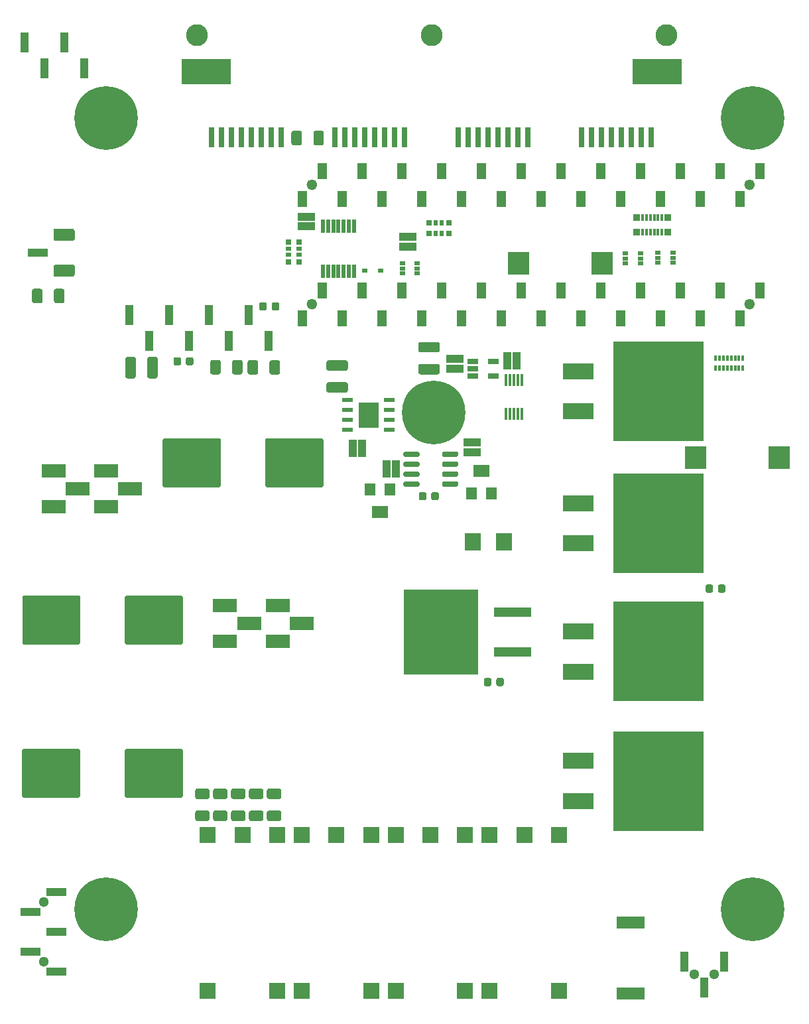
<source format=gts>
G04 #@! TF.GenerationSoftware,KiCad,Pcbnew,(5.1.6)-1*
G04 #@! TF.CreationDate,2021-06-09T19:53:26-07:00*
G04 #@! TF.ProjectId,Four Channel MHz LED Driver - high current,466f7572-2043-4686-916e-6e656c204d48,rev?*
G04 #@! TF.SameCoordinates,Original*
G04 #@! TF.FileFunction,Soldermask,Top*
G04 #@! TF.FilePolarity,Negative*
%FSLAX46Y46*%
G04 Gerber Fmt 4.6, Leading zero omitted, Abs format (unit mm)*
G04 Created by KiCad (PCBNEW (5.1.6)-1) date 2021-06-09 19:53:26*
%MOMM*%
%LPD*%
G01*
G04 APERTURE LIST*
%ADD10C,0.100000*%
%ADD11C,0.010000*%
%ADD12R,0.390000X0.887400*%
%ADD13R,0.900000X0.887400*%
%ADD14R,3.900000X2.100000*%
%ADD15R,11.500000X12.800000*%
%ADD16C,8.100000*%
%ADD17R,3.100000X1.750000*%
%ADD18C,1.290000*%
%ADD19R,0.800000X0.740000*%
%ADD20R,0.800000X0.600000*%
%ADD21C,2.790000*%
%ADD22R,6.320000X3.280000*%
%ADD23R,0.660000X2.640000*%
%ADD24R,0.740000X0.800000*%
%ADD25R,0.600000X0.800000*%
%ADD26R,1.100000X2.610000*%
%ADD27R,0.380000X1.570000*%
%ADD28R,1.000000X2.270000*%
%ADD29R,2.610000X1.100000*%
%ADD30R,0.510000X1.670000*%
%ADD31R,2.270000X1.000000*%
%ADD32R,2.055800X2.259000*%
%ADD33R,0.700000X0.550000*%
%ADD34R,2.700000X2.900000*%
%ADD35R,0.354000X0.785800*%
%ADD36R,1.370000X1.649400*%
%ADD37R,2.106600X1.649400*%
%ADD38C,1.300000*%
%ADD39R,2.100000X2.100000*%
%ADD40R,1.471600X0.582600*%
%ADD41R,2.513000X3.300400*%
%ADD42R,1.320000X0.750000*%
%ADD43R,9.500000X10.900000*%
%ADD44R,4.700000X1.200000*%
%ADD45R,0.750000X0.500000*%
%ADD46R,3.600000X1.600000*%
G04 APERTURE END LIST*
D10*
X92446000Y-69798000D02*
G75*
G03*
X92446000Y-69798000I-646000J0D01*
G01*
D11*
G36*
X120449000Y-70573000D02*
G01*
X121571000Y-70573000D01*
X121571000Y-72580000D01*
X120449000Y-72580000D01*
X120449000Y-70573000D01*
G37*
X120449000Y-70573000D02*
X121571000Y-70573000D01*
X121571000Y-72580000D01*
X120449000Y-72580000D01*
X120449000Y-70573000D01*
G36*
X145849000Y-70573000D02*
G01*
X146971000Y-70573000D01*
X146971000Y-72580000D01*
X145849000Y-72580000D01*
X145849000Y-70573000D01*
G37*
X145849000Y-70573000D02*
X146971000Y-70573000D01*
X146971000Y-72580000D01*
X145849000Y-72580000D01*
X145849000Y-70573000D01*
G36*
X143309000Y-67017000D02*
G01*
X144431000Y-67017000D01*
X144431000Y-69024000D01*
X143309000Y-69024000D01*
X143309000Y-67017000D01*
G37*
X143309000Y-67017000D02*
X144431000Y-67017000D01*
X144431000Y-69024000D01*
X143309000Y-69024000D01*
X143309000Y-67017000D01*
G36*
X130609000Y-70573000D02*
G01*
X131731000Y-70573000D01*
X131731000Y-72580000D01*
X130609000Y-72580000D01*
X130609000Y-70573000D01*
G37*
X130609000Y-70573000D02*
X131731000Y-70573000D01*
X131731000Y-72580000D01*
X130609000Y-72580000D01*
X130609000Y-70573000D01*
G36*
X135689000Y-70573000D02*
G01*
X136811000Y-70573000D01*
X136811000Y-72580000D01*
X135689000Y-72580000D01*
X135689000Y-70573000D01*
G37*
X135689000Y-70573000D02*
X136811000Y-70573000D01*
X136811000Y-72580000D01*
X135689000Y-72580000D01*
X135689000Y-70573000D01*
G36*
X125529000Y-70573000D02*
G01*
X126651000Y-70573000D01*
X126651000Y-72580000D01*
X125529000Y-72580000D01*
X125529000Y-70573000D01*
G37*
X125529000Y-70573000D02*
X126651000Y-70573000D01*
X126651000Y-72580000D01*
X125529000Y-72580000D01*
X125529000Y-70573000D01*
G36*
X140769000Y-70573000D02*
G01*
X141891000Y-70573000D01*
X141891000Y-72580000D01*
X140769000Y-72580000D01*
X140769000Y-70573000D01*
G37*
X140769000Y-70573000D02*
X141891000Y-70573000D01*
X141891000Y-72580000D01*
X140769000Y-72580000D01*
X140769000Y-70573000D01*
G36*
X110289000Y-70573000D02*
G01*
X111411000Y-70573000D01*
X111411000Y-72580000D01*
X110289000Y-72580000D01*
X110289000Y-70573000D01*
G37*
X110289000Y-70573000D02*
X111411000Y-70573000D01*
X111411000Y-72580000D01*
X110289000Y-72580000D01*
X110289000Y-70573000D01*
G36*
X115369000Y-70573000D02*
G01*
X116491000Y-70573000D01*
X116491000Y-72580000D01*
X115369000Y-72580000D01*
X115369000Y-70573000D01*
G37*
X115369000Y-70573000D02*
X116491000Y-70573000D01*
X116491000Y-72580000D01*
X115369000Y-72580000D01*
X115369000Y-70573000D01*
D10*
X148326000Y-69798000D02*
G75*
G03*
X148326000Y-69798000I-646000J0D01*
G01*
D11*
G36*
X107749000Y-67017000D02*
G01*
X108871000Y-67017000D01*
X108871000Y-69024000D01*
X107749000Y-69024000D01*
X107749000Y-67017000D01*
G37*
X107749000Y-67017000D02*
X108871000Y-67017000D01*
X108871000Y-69024000D01*
X107749000Y-69024000D01*
X107749000Y-67017000D01*
G36*
X128069000Y-67017000D02*
G01*
X129191000Y-67017000D01*
X129191000Y-69024000D01*
X128069000Y-69024000D01*
X128069000Y-67017000D01*
G37*
X128069000Y-67017000D02*
X129191000Y-67017000D01*
X129191000Y-69024000D01*
X128069000Y-69024000D01*
X128069000Y-67017000D01*
G36*
X148389000Y-67017000D02*
G01*
X149511000Y-67017000D01*
X149511000Y-69024000D01*
X148389000Y-69024000D01*
X148389000Y-67017000D01*
G37*
X148389000Y-67017000D02*
X149511000Y-67017000D01*
X149511000Y-69024000D01*
X148389000Y-69024000D01*
X148389000Y-67017000D01*
G36*
X122989000Y-67017000D02*
G01*
X124111000Y-67017000D01*
X124111000Y-69024000D01*
X122989000Y-69024000D01*
X122989000Y-67017000D01*
G37*
X122989000Y-67017000D02*
X124111000Y-67017000D01*
X124111000Y-69024000D01*
X122989000Y-69024000D01*
X122989000Y-67017000D01*
G36*
X133149000Y-67017000D02*
G01*
X134271000Y-67017000D01*
X134271000Y-69024000D01*
X133149000Y-69024000D01*
X133149000Y-67017000D01*
G37*
X133149000Y-67017000D02*
X134271000Y-67017000D01*
X134271000Y-69024000D01*
X133149000Y-69024000D01*
X133149000Y-67017000D01*
G36*
X138229000Y-67017000D02*
G01*
X139351000Y-67017000D01*
X139351000Y-69024000D01*
X138229000Y-69024000D01*
X138229000Y-67017000D01*
G37*
X138229000Y-67017000D02*
X139351000Y-67017000D01*
X139351000Y-69024000D01*
X138229000Y-69024000D01*
X138229000Y-67017000D01*
G36*
X112829000Y-67017000D02*
G01*
X113951000Y-67017000D01*
X113951000Y-69024000D01*
X112829000Y-69024000D01*
X112829000Y-67017000D01*
G37*
X112829000Y-67017000D02*
X113951000Y-67017000D01*
X113951000Y-69024000D01*
X112829000Y-69024000D01*
X112829000Y-67017000D01*
G36*
X117909000Y-67017000D02*
G01*
X119031000Y-67017000D01*
X119031000Y-69024000D01*
X117909000Y-69024000D01*
X117909000Y-67017000D01*
G37*
X117909000Y-67017000D02*
X119031000Y-67017000D01*
X119031000Y-69024000D01*
X117909000Y-69024000D01*
X117909000Y-67017000D01*
G36*
X97589000Y-67017000D02*
G01*
X98711000Y-67017000D01*
X98711000Y-69024000D01*
X97589000Y-69024000D01*
X97589000Y-67017000D01*
G37*
X97589000Y-67017000D02*
X98711000Y-67017000D01*
X98711000Y-69024000D01*
X97589000Y-69024000D01*
X97589000Y-67017000D01*
G36*
X95049000Y-70573000D02*
G01*
X96171000Y-70573000D01*
X96171000Y-72580000D01*
X95049000Y-72580000D01*
X95049000Y-70573000D01*
G37*
X95049000Y-70573000D02*
X96171000Y-70573000D01*
X96171000Y-72580000D01*
X95049000Y-72580000D01*
X95049000Y-70573000D01*
G36*
X89969000Y-70573000D02*
G01*
X91091000Y-70573000D01*
X91091000Y-72580000D01*
X89969000Y-72580000D01*
X89969000Y-70573000D01*
G37*
X89969000Y-70573000D02*
X91091000Y-70573000D01*
X91091000Y-72580000D01*
X89969000Y-72580000D01*
X89969000Y-70573000D01*
G36*
X105209000Y-70573000D02*
G01*
X106331000Y-70573000D01*
X106331000Y-72580000D01*
X105209000Y-72580000D01*
X105209000Y-70573000D01*
G37*
X105209000Y-70573000D02*
X106331000Y-70573000D01*
X106331000Y-72580000D01*
X105209000Y-72580000D01*
X105209000Y-70573000D01*
G36*
X92509000Y-67017000D02*
G01*
X93631000Y-67017000D01*
X93631000Y-69024000D01*
X92509000Y-69024000D01*
X92509000Y-67017000D01*
G37*
X92509000Y-67017000D02*
X93631000Y-67017000D01*
X93631000Y-69024000D01*
X92509000Y-69024000D01*
X92509000Y-67017000D01*
G36*
X100129000Y-70573000D02*
G01*
X101251000Y-70573000D01*
X101251000Y-72580000D01*
X100129000Y-72580000D01*
X100129000Y-70573000D01*
G37*
X100129000Y-70573000D02*
X101251000Y-70573000D01*
X101251000Y-72580000D01*
X100129000Y-72580000D01*
X100129000Y-70573000D01*
G36*
X102669000Y-67017000D02*
G01*
X103791000Y-67017000D01*
X103791000Y-69024000D01*
X102669000Y-69024000D01*
X102669000Y-67017000D01*
G37*
X102669000Y-67017000D02*
X103791000Y-67017000D01*
X103791000Y-69024000D01*
X102669000Y-69024000D01*
X102669000Y-67017000D01*
D10*
X92446000Y-85038000D02*
G75*
G03*
X92446000Y-85038000I-646000J0D01*
G01*
X148326000Y-85038000D02*
G75*
G03*
X148326000Y-85038000I-646000J0D01*
G01*
D11*
G36*
X148389000Y-82257000D02*
G01*
X149511000Y-82257000D01*
X149511000Y-84264000D01*
X148389000Y-84264000D01*
X148389000Y-82257000D01*
G37*
X148389000Y-82257000D02*
X149511000Y-82257000D01*
X149511000Y-84264000D01*
X148389000Y-84264000D01*
X148389000Y-82257000D01*
G36*
X145849000Y-85813000D02*
G01*
X146971000Y-85813000D01*
X146971000Y-87820000D01*
X145849000Y-87820000D01*
X145849000Y-85813000D01*
G37*
X145849000Y-85813000D02*
X146971000Y-85813000D01*
X146971000Y-87820000D01*
X145849000Y-87820000D01*
X145849000Y-85813000D01*
G36*
X143309000Y-82257000D02*
G01*
X144431000Y-82257000D01*
X144431000Y-84264000D01*
X143309000Y-84264000D01*
X143309000Y-82257000D01*
G37*
X143309000Y-82257000D02*
X144431000Y-82257000D01*
X144431000Y-84264000D01*
X143309000Y-84264000D01*
X143309000Y-82257000D01*
G36*
X140769000Y-85813000D02*
G01*
X141891000Y-85813000D01*
X141891000Y-87820000D01*
X140769000Y-87820000D01*
X140769000Y-85813000D01*
G37*
X140769000Y-85813000D02*
X141891000Y-85813000D01*
X141891000Y-87820000D01*
X140769000Y-87820000D01*
X140769000Y-85813000D01*
G36*
X138229000Y-82257000D02*
G01*
X139351000Y-82257000D01*
X139351000Y-84264000D01*
X138229000Y-84264000D01*
X138229000Y-82257000D01*
G37*
X138229000Y-82257000D02*
X139351000Y-82257000D01*
X139351000Y-84264000D01*
X138229000Y-84264000D01*
X138229000Y-82257000D01*
G36*
X135689000Y-85813000D02*
G01*
X136811000Y-85813000D01*
X136811000Y-87820000D01*
X135689000Y-87820000D01*
X135689000Y-85813000D01*
G37*
X135689000Y-85813000D02*
X136811000Y-85813000D01*
X136811000Y-87820000D01*
X135689000Y-87820000D01*
X135689000Y-85813000D01*
G36*
X133149000Y-82257000D02*
G01*
X134271000Y-82257000D01*
X134271000Y-84264000D01*
X133149000Y-84264000D01*
X133149000Y-82257000D01*
G37*
X133149000Y-82257000D02*
X134271000Y-82257000D01*
X134271000Y-84264000D01*
X133149000Y-84264000D01*
X133149000Y-82257000D01*
G36*
X130609000Y-85813000D02*
G01*
X131731000Y-85813000D01*
X131731000Y-87820000D01*
X130609000Y-87820000D01*
X130609000Y-85813000D01*
G37*
X130609000Y-85813000D02*
X131731000Y-85813000D01*
X131731000Y-87820000D01*
X130609000Y-87820000D01*
X130609000Y-85813000D01*
G36*
X128069000Y-82257000D02*
G01*
X129191000Y-82257000D01*
X129191000Y-84264000D01*
X128069000Y-84264000D01*
X128069000Y-82257000D01*
G37*
X128069000Y-82257000D02*
X129191000Y-82257000D01*
X129191000Y-84264000D01*
X128069000Y-84264000D01*
X128069000Y-82257000D01*
G36*
X125529000Y-85813000D02*
G01*
X126651000Y-85813000D01*
X126651000Y-87820000D01*
X125529000Y-87820000D01*
X125529000Y-85813000D01*
G37*
X125529000Y-85813000D02*
X126651000Y-85813000D01*
X126651000Y-87820000D01*
X125529000Y-87820000D01*
X125529000Y-85813000D01*
G36*
X122989000Y-82257000D02*
G01*
X124111000Y-82257000D01*
X124111000Y-84264000D01*
X122989000Y-84264000D01*
X122989000Y-82257000D01*
G37*
X122989000Y-82257000D02*
X124111000Y-82257000D01*
X124111000Y-84264000D01*
X122989000Y-84264000D01*
X122989000Y-82257000D01*
G36*
X120449000Y-85813000D02*
G01*
X121571000Y-85813000D01*
X121571000Y-87820000D01*
X120449000Y-87820000D01*
X120449000Y-85813000D01*
G37*
X120449000Y-85813000D02*
X121571000Y-85813000D01*
X121571000Y-87820000D01*
X120449000Y-87820000D01*
X120449000Y-85813000D01*
G36*
X117909000Y-82257000D02*
G01*
X119031000Y-82257000D01*
X119031000Y-84264000D01*
X117909000Y-84264000D01*
X117909000Y-82257000D01*
G37*
X117909000Y-82257000D02*
X119031000Y-82257000D01*
X119031000Y-84264000D01*
X117909000Y-84264000D01*
X117909000Y-82257000D01*
G36*
X115369000Y-85813000D02*
G01*
X116491000Y-85813000D01*
X116491000Y-87820000D01*
X115369000Y-87820000D01*
X115369000Y-85813000D01*
G37*
X115369000Y-85813000D02*
X116491000Y-85813000D01*
X116491000Y-87820000D01*
X115369000Y-87820000D01*
X115369000Y-85813000D01*
G36*
X112829000Y-82257000D02*
G01*
X113951000Y-82257000D01*
X113951000Y-84264000D01*
X112829000Y-84264000D01*
X112829000Y-82257000D01*
G37*
X112829000Y-82257000D02*
X113951000Y-82257000D01*
X113951000Y-84264000D01*
X112829000Y-84264000D01*
X112829000Y-82257000D01*
G36*
X110289000Y-85813000D02*
G01*
X111411000Y-85813000D01*
X111411000Y-87820000D01*
X110289000Y-87820000D01*
X110289000Y-85813000D01*
G37*
X110289000Y-85813000D02*
X111411000Y-85813000D01*
X111411000Y-87820000D01*
X110289000Y-87820000D01*
X110289000Y-85813000D01*
G36*
X107749000Y-82257000D02*
G01*
X108871000Y-82257000D01*
X108871000Y-84264000D01*
X107749000Y-84264000D01*
X107749000Y-82257000D01*
G37*
X107749000Y-82257000D02*
X108871000Y-82257000D01*
X108871000Y-84264000D01*
X107749000Y-84264000D01*
X107749000Y-82257000D01*
G36*
X105209000Y-85813000D02*
G01*
X106331000Y-85813000D01*
X106331000Y-87820000D01*
X105209000Y-87820000D01*
X105209000Y-85813000D01*
G37*
X105209000Y-85813000D02*
X106331000Y-85813000D01*
X106331000Y-87820000D01*
X105209000Y-87820000D01*
X105209000Y-85813000D01*
G36*
X102669000Y-82257000D02*
G01*
X103791000Y-82257000D01*
X103791000Y-84264000D01*
X102669000Y-84264000D01*
X102669000Y-82257000D01*
G37*
X102669000Y-82257000D02*
X103791000Y-82257000D01*
X103791000Y-84264000D01*
X102669000Y-84264000D01*
X102669000Y-82257000D01*
G36*
X100129000Y-85813000D02*
G01*
X101251000Y-85813000D01*
X101251000Y-87820000D01*
X100129000Y-87820000D01*
X100129000Y-85813000D01*
G37*
X100129000Y-85813000D02*
X101251000Y-85813000D01*
X101251000Y-87820000D01*
X100129000Y-87820000D01*
X100129000Y-85813000D01*
G36*
X97589000Y-82257000D02*
G01*
X98711000Y-82257000D01*
X98711000Y-84264000D01*
X97589000Y-84264000D01*
X97589000Y-82257000D01*
G37*
X97589000Y-82257000D02*
X98711000Y-82257000D01*
X98711000Y-84264000D01*
X97589000Y-84264000D01*
X97589000Y-82257000D01*
G36*
X95049000Y-85813000D02*
G01*
X96171000Y-85813000D01*
X96171000Y-87820000D01*
X95049000Y-87820000D01*
X95049000Y-85813000D01*
G37*
X95049000Y-85813000D02*
X96171000Y-85813000D01*
X96171000Y-87820000D01*
X95049000Y-87820000D01*
X95049000Y-85813000D01*
G36*
X92509000Y-82257000D02*
G01*
X93631000Y-82257000D01*
X93631000Y-84264000D01*
X92509000Y-84264000D01*
X92509000Y-82257000D01*
G37*
X92509000Y-82257000D02*
X93631000Y-82257000D01*
X93631000Y-84264000D01*
X92509000Y-84264000D01*
X92509000Y-82257000D01*
G36*
X89969000Y-85813000D02*
G01*
X91091000Y-85813000D01*
X91091000Y-87820000D01*
X89969000Y-87820000D01*
X89969000Y-85813000D01*
G37*
X89969000Y-85813000D02*
X91091000Y-85813000D01*
X91091000Y-87820000D01*
X89969000Y-87820000D01*
X89969000Y-85813000D01*
D12*
X136010156Y-75834400D03*
X136503678Y-75834400D03*
X134036068Y-75834400D03*
X134529590Y-75834400D03*
X135516634Y-75834400D03*
X134036068Y-74005600D03*
X135023112Y-75834400D03*
X134529590Y-74005600D03*
X135023112Y-74005600D03*
X135516634Y-74005600D03*
X136010156Y-74005600D03*
X136503678Y-74005600D03*
D13*
X137251200Y-74005600D03*
X133288800Y-74005600D03*
X133288800Y-75834400D03*
X137251200Y-75834400D03*
G36*
G01*
X143037500Y-121068750D02*
X143037500Y-121631250D01*
G75*
G02*
X142793750Y-121875000I-243750J0D01*
G01*
X142306250Y-121875000D01*
G75*
G02*
X142062500Y-121631250I0J243750D01*
G01*
X142062500Y-121068750D01*
G75*
G02*
X142306250Y-120825000I243750J0D01*
G01*
X142793750Y-120825000D01*
G75*
G02*
X143037500Y-121068750I0J-243750D01*
G01*
G37*
G36*
G01*
X144612500Y-121068750D02*
X144612500Y-121631250D01*
G75*
G02*
X144368750Y-121875000I-243750J0D01*
G01*
X143881250Y-121875000D01*
G75*
G02*
X143637500Y-121631250I0J243750D01*
G01*
X143637500Y-121068750D01*
G75*
G02*
X143881250Y-120825000I243750J0D01*
G01*
X144368750Y-120825000D01*
G75*
G02*
X144612500Y-121068750I0J-243750D01*
G01*
G37*
D14*
X125820000Y-98740000D03*
X125820000Y-93640000D03*
D15*
X136020000Y-96190000D03*
D14*
X125830000Y-115570000D03*
X125830000Y-110470000D03*
D15*
X136030000Y-113020000D03*
D14*
X125830000Y-148460000D03*
X125830000Y-143360000D03*
D15*
X136030000Y-145910000D03*
D14*
X125830000Y-131940000D03*
X125830000Y-126840000D03*
D15*
X136030000Y-129390000D03*
D16*
X65550000Y-61270000D03*
X148050000Y-61270000D03*
X148050000Y-162270000D03*
X65550000Y-162270000D03*
D17*
X87430000Y-123545000D03*
X87430000Y-128115000D03*
X90530000Y-125830000D03*
X80720000Y-128115000D03*
X83820000Y-125830000D03*
X80720000Y-123545000D03*
D18*
X91800000Y-85038000D03*
X147680000Y-85038000D03*
X91800000Y-69798000D03*
X147680000Y-69798000D03*
D16*
X107350000Y-98840000D03*
D19*
X90190000Y-79610000D03*
D20*
X90190000Y-77940000D03*
X90190000Y-78740000D03*
D19*
X90190000Y-77070000D03*
D20*
X88790000Y-78740000D03*
D19*
X88790000Y-79610000D03*
D20*
X88790000Y-77940000D03*
D19*
X88790000Y-77070000D03*
D17*
X65510000Y-106335000D03*
X65510000Y-110905000D03*
X68610000Y-108620000D03*
X58800000Y-110905000D03*
X61900000Y-108620000D03*
X58800000Y-106335000D03*
D21*
X77102500Y-50720000D03*
X137042500Y-50720000D03*
X107072500Y-50720000D03*
D22*
X135852500Y-55310000D03*
X78292500Y-55310000D03*
D23*
X135135000Y-63760000D03*
X133865000Y-63760000D03*
X132595000Y-63760000D03*
X131325000Y-63760000D03*
X130055000Y-63760000D03*
X128785000Y-63760000D03*
X127515000Y-63760000D03*
X126245000Y-63760000D03*
X119390000Y-63760000D03*
X118120000Y-63760000D03*
X116850000Y-63760000D03*
X115580000Y-63760000D03*
X114310000Y-63760000D03*
X113040000Y-63760000D03*
X111770000Y-63760000D03*
X110500000Y-63760000D03*
X103645000Y-63760000D03*
X102375000Y-63760000D03*
X101105000Y-63760000D03*
X99835000Y-63760000D03*
X98565000Y-63760000D03*
X97295000Y-63760000D03*
X96025000Y-63760000D03*
X94755000Y-63760000D03*
X87900000Y-63760000D03*
X86630000Y-63760000D03*
X85360000Y-63760000D03*
X84090000Y-63760000D03*
X82820000Y-63760000D03*
X81550000Y-63760000D03*
X80280000Y-63760000D03*
X79010000Y-63760000D03*
D24*
X109260000Y-74650000D03*
D25*
X107590000Y-74650000D03*
X108390000Y-74650000D03*
D24*
X106720000Y-74650000D03*
D25*
X108390000Y-76050000D03*
D24*
X109260000Y-76050000D03*
D25*
X107590000Y-76050000D03*
D24*
X106720000Y-76050000D03*
G36*
G01*
X62210000Y-141956400D02*
X62210000Y-147903600D01*
G75*
G02*
X62033600Y-148080000I-176400J0D01*
G01*
X54986400Y-148080000D01*
G75*
G02*
X54810000Y-147903600I0J176400D01*
G01*
X54810000Y-141956400D01*
G75*
G02*
X54986400Y-141780000I176400J0D01*
G01*
X62033600Y-141780000D01*
G75*
G02*
X62210000Y-141956400I0J-176400D01*
G01*
G37*
G36*
G01*
X75310000Y-141956400D02*
X75310000Y-147903600D01*
G75*
G02*
X75133600Y-148080000I-176400J0D01*
G01*
X68086400Y-148080000D01*
G75*
G02*
X67910000Y-147903600I0J176400D01*
G01*
X67910000Y-141956400D01*
G75*
G02*
X68086400Y-141780000I176400J0D01*
G01*
X75133600Y-141780000D01*
G75*
G02*
X75310000Y-141956400I0J-176400D01*
G01*
G37*
G36*
G01*
X62220000Y-122386400D02*
X62220000Y-128333600D01*
G75*
G02*
X62043600Y-128510000I-176400J0D01*
G01*
X54996400Y-128510000D01*
G75*
G02*
X54820000Y-128333600I0J176400D01*
G01*
X54820000Y-122386400D01*
G75*
G02*
X54996400Y-122210000I176400J0D01*
G01*
X62043600Y-122210000D01*
G75*
G02*
X62220000Y-122386400I0J-176400D01*
G01*
G37*
G36*
G01*
X75320000Y-122386400D02*
X75320000Y-128333600D01*
G75*
G02*
X75143600Y-128510000I-176400J0D01*
G01*
X68096400Y-128510000D01*
G75*
G02*
X67920000Y-128333600I0J176400D01*
G01*
X67920000Y-122386400D01*
G75*
G02*
X68096400Y-122210000I176400J0D01*
G01*
X75143600Y-122210000D01*
G75*
G02*
X75320000Y-122386400I0J-176400D01*
G01*
G37*
G36*
G01*
X85860000Y-108273600D02*
X85860000Y-102326400D01*
G75*
G02*
X86036400Y-102150000I176400J0D01*
G01*
X93083600Y-102150000D01*
G75*
G02*
X93260000Y-102326400I0J-176400D01*
G01*
X93260000Y-108273600D01*
G75*
G02*
X93083600Y-108450000I-176400J0D01*
G01*
X86036400Y-108450000D01*
G75*
G02*
X85860000Y-108273600I0J176400D01*
G01*
G37*
G36*
G01*
X72760000Y-108273600D02*
X72760000Y-102326400D01*
G75*
G02*
X72936400Y-102150000I176400J0D01*
G01*
X79983600Y-102150000D01*
G75*
G02*
X80160000Y-102326400I0J-176400D01*
G01*
X80160000Y-108273600D01*
G75*
G02*
X79983600Y-108450000I-176400J0D01*
G01*
X72936400Y-108450000D01*
G75*
G02*
X72760000Y-108273600I0J176400D01*
G01*
G37*
D26*
X83750000Y-86410000D03*
X78670000Y-86410000D03*
X73590000Y-86410000D03*
X68510000Y-86410000D03*
X86290000Y-89720000D03*
X81210000Y-89720000D03*
X76130000Y-89720000D03*
X71050000Y-89720000D03*
G36*
G01*
X105535000Y-107825000D02*
X105535000Y-108175000D01*
G75*
G02*
X105360000Y-108350000I-175000J0D01*
G01*
X103660000Y-108350000D01*
G75*
G02*
X103485000Y-108175000I0J175000D01*
G01*
X103485000Y-107825000D01*
G75*
G02*
X103660000Y-107650000I175000J0D01*
G01*
X105360000Y-107650000D01*
G75*
G02*
X105535000Y-107825000I0J-175000D01*
G01*
G37*
G36*
G01*
X105535000Y-106555000D02*
X105535000Y-106905000D01*
G75*
G02*
X105360000Y-107080000I-175000J0D01*
G01*
X103660000Y-107080000D01*
G75*
G02*
X103485000Y-106905000I0J175000D01*
G01*
X103485000Y-106555000D01*
G75*
G02*
X103660000Y-106380000I175000J0D01*
G01*
X105360000Y-106380000D01*
G75*
G02*
X105535000Y-106555000I0J-175000D01*
G01*
G37*
G36*
G01*
X105535000Y-105285000D02*
X105535000Y-105635000D01*
G75*
G02*
X105360000Y-105810000I-175000J0D01*
G01*
X103660000Y-105810000D01*
G75*
G02*
X103485000Y-105635000I0J175000D01*
G01*
X103485000Y-105285000D01*
G75*
G02*
X103660000Y-105110000I175000J0D01*
G01*
X105360000Y-105110000D01*
G75*
G02*
X105535000Y-105285000I0J-175000D01*
G01*
G37*
G36*
G01*
X105535000Y-104015000D02*
X105535000Y-104365000D01*
G75*
G02*
X105360000Y-104540000I-175000J0D01*
G01*
X103660000Y-104540000D01*
G75*
G02*
X103485000Y-104365000I0J175000D01*
G01*
X103485000Y-104015000D01*
G75*
G02*
X103660000Y-103840000I175000J0D01*
G01*
X105360000Y-103840000D01*
G75*
G02*
X105535000Y-104015000I0J-175000D01*
G01*
G37*
G36*
G01*
X110485000Y-104015000D02*
X110485000Y-104365000D01*
G75*
G02*
X110310000Y-104540000I-175000J0D01*
G01*
X108610000Y-104540000D01*
G75*
G02*
X108435000Y-104365000I0J175000D01*
G01*
X108435000Y-104015000D01*
G75*
G02*
X108610000Y-103840000I175000J0D01*
G01*
X110310000Y-103840000D01*
G75*
G02*
X110485000Y-104015000I0J-175000D01*
G01*
G37*
G36*
G01*
X110485000Y-105285000D02*
X110485000Y-105635000D01*
G75*
G02*
X110310000Y-105810000I-175000J0D01*
G01*
X108610000Y-105810000D01*
G75*
G02*
X108435000Y-105635000I0J175000D01*
G01*
X108435000Y-105285000D01*
G75*
G02*
X108610000Y-105110000I175000J0D01*
G01*
X110310000Y-105110000D01*
G75*
G02*
X110485000Y-105285000I0J-175000D01*
G01*
G37*
G36*
G01*
X110485000Y-106555000D02*
X110485000Y-106905000D01*
G75*
G02*
X110310000Y-107080000I-175000J0D01*
G01*
X108610000Y-107080000D01*
G75*
G02*
X108435000Y-106905000I0J175000D01*
G01*
X108435000Y-106555000D01*
G75*
G02*
X108610000Y-106380000I175000J0D01*
G01*
X110310000Y-106380000D01*
G75*
G02*
X110485000Y-106555000I0J-175000D01*
G01*
G37*
G36*
G01*
X110485000Y-107825000D02*
X110485000Y-108175000D01*
G75*
G02*
X110310000Y-108350000I-175000J0D01*
G01*
X108610000Y-108350000D01*
G75*
G02*
X108435000Y-108175000I0J175000D01*
G01*
X108435000Y-107825000D01*
G75*
G02*
X108610000Y-107650000I175000J0D01*
G01*
X110310000Y-107650000D01*
G75*
G02*
X110485000Y-107825000I0J-175000D01*
G01*
G37*
D27*
X118580000Y-94700000D03*
X118080000Y-94700000D03*
X117580000Y-94700000D03*
X117080000Y-94700000D03*
X116580000Y-94700000D03*
X116580000Y-99000000D03*
X117080000Y-99000000D03*
X117580000Y-99000000D03*
X118080000Y-99000000D03*
X118580000Y-99000000D03*
D28*
X117960000Y-92270000D03*
X116740000Y-92270000D03*
D29*
X60135000Y-81020000D03*
X60135000Y-75940000D03*
X56825000Y-78480000D03*
D30*
X93250000Y-80830000D03*
X93900000Y-80830000D03*
X94550000Y-80830000D03*
X95200000Y-80830000D03*
X95850000Y-80830000D03*
X96500000Y-80830000D03*
X97150000Y-80830000D03*
X97150000Y-75090000D03*
X96500000Y-75090000D03*
X95850000Y-75090000D03*
X95200000Y-75090000D03*
X94550000Y-75090000D03*
X93900000Y-75090000D03*
X93250000Y-75090000D03*
G36*
G01*
X78475000Y-148225000D02*
X77165000Y-148225000D01*
G75*
G02*
X76895000Y-147955000I0J270000D01*
G01*
X76895000Y-147145000D01*
G75*
G02*
X77165000Y-146875000I270000J0D01*
G01*
X78475000Y-146875000D01*
G75*
G02*
X78745000Y-147145000I0J-270000D01*
G01*
X78745000Y-147955000D01*
G75*
G02*
X78475000Y-148225000I-270000J0D01*
G01*
G37*
G36*
G01*
X78475000Y-151025000D02*
X77165000Y-151025000D01*
G75*
G02*
X76895000Y-150755000I0J270000D01*
G01*
X76895000Y-149945000D01*
G75*
G02*
X77165000Y-149675000I270000J0D01*
G01*
X78475000Y-149675000D01*
G75*
G02*
X78745000Y-149945000I0J-270000D01*
G01*
X78745000Y-150755000D01*
G75*
G02*
X78475000Y-151025000I-270000J0D01*
G01*
G37*
G36*
G01*
X58865000Y-84645000D02*
X58865000Y-83335000D01*
G75*
G02*
X59135000Y-83065000I270000J0D01*
G01*
X59945000Y-83065000D01*
G75*
G02*
X60215000Y-83335000I0J-270000D01*
G01*
X60215000Y-84645000D01*
G75*
G02*
X59945000Y-84915000I-270000J0D01*
G01*
X59135000Y-84915000D01*
G75*
G02*
X58865000Y-84645000I0J270000D01*
G01*
G37*
G36*
G01*
X56065000Y-84645000D02*
X56065000Y-83335000D01*
G75*
G02*
X56335000Y-83065000I270000J0D01*
G01*
X57145000Y-83065000D01*
G75*
G02*
X57415000Y-83335000I0J-270000D01*
G01*
X57415000Y-84645000D01*
G75*
G02*
X57145000Y-84915000I-270000J0D01*
G01*
X56335000Y-84915000D01*
G75*
G02*
X56065000Y-84645000I0J270000D01*
G01*
G37*
G36*
G01*
X80165000Y-92425000D02*
X80165000Y-93735000D01*
G75*
G02*
X79895000Y-94005000I-270000J0D01*
G01*
X79085000Y-94005000D01*
G75*
G02*
X78815000Y-93735000I0J270000D01*
G01*
X78815000Y-92425000D01*
G75*
G02*
X79085000Y-92155000I270000J0D01*
G01*
X79895000Y-92155000D01*
G75*
G02*
X80165000Y-92425000I0J-270000D01*
G01*
G37*
G36*
G01*
X82965000Y-92425000D02*
X82965000Y-93735000D01*
G75*
G02*
X82695000Y-94005000I-270000J0D01*
G01*
X81885000Y-94005000D01*
G75*
G02*
X81615000Y-93735000I0J270000D01*
G01*
X81615000Y-92425000D01*
G75*
G02*
X81885000Y-92155000I270000J0D01*
G01*
X82695000Y-92155000D01*
G75*
G02*
X82965000Y-92425000I0J-270000D01*
G01*
G37*
D31*
X110030000Y-93260000D03*
X110030000Y-92040000D03*
D28*
X96980000Y-103440000D03*
X98200000Y-103440000D03*
D31*
X104020000Y-77690000D03*
X104020000Y-76470000D03*
G36*
G01*
X86052500Y-85048750D02*
X86052500Y-85611250D01*
G75*
G02*
X85808750Y-85855000I-243750J0D01*
G01*
X85321250Y-85855000D01*
G75*
G02*
X85077500Y-85611250I0J243750D01*
G01*
X85077500Y-85048750D01*
G75*
G02*
X85321250Y-84805000I243750J0D01*
G01*
X85808750Y-84805000D01*
G75*
G02*
X86052500Y-85048750I0J-243750D01*
G01*
G37*
G36*
G01*
X87627500Y-85048750D02*
X87627500Y-85611250D01*
G75*
G02*
X87383750Y-85855000I-243750J0D01*
G01*
X86896250Y-85855000D01*
G75*
G02*
X86652500Y-85611250I0J243750D01*
G01*
X86652500Y-85048750D01*
G75*
G02*
X86896250Y-84805000I243750J0D01*
G01*
X87383750Y-84805000D01*
G75*
G02*
X87627500Y-85048750I0J-243750D01*
G01*
G37*
G36*
G01*
X75107500Y-92048750D02*
X75107500Y-92611250D01*
G75*
G02*
X74863750Y-92855000I-243750J0D01*
G01*
X74376250Y-92855000D01*
G75*
G02*
X74132500Y-92611250I0J243750D01*
G01*
X74132500Y-92048750D01*
G75*
G02*
X74376250Y-91805000I243750J0D01*
G01*
X74863750Y-91805000D01*
G75*
G02*
X75107500Y-92048750I0J-243750D01*
G01*
G37*
G36*
G01*
X76682500Y-92048750D02*
X76682500Y-92611250D01*
G75*
G02*
X76438750Y-92855000I-243750J0D01*
G01*
X75951250Y-92855000D01*
G75*
G02*
X75707500Y-92611250I0J243750D01*
G01*
X75707500Y-92048750D01*
G75*
G02*
X75951250Y-91805000I243750J0D01*
G01*
X76438750Y-91805000D01*
G75*
G02*
X76682500Y-92048750I0J-243750D01*
G01*
G37*
D32*
X116320000Y-115420000D03*
X112383000Y-115420000D03*
D33*
X98510000Y-80720000D03*
X100610000Y-80720000D03*
G36*
G01*
X91985000Y-64485000D02*
X91985000Y-63175000D01*
G75*
G02*
X92255000Y-62905000I270000J0D01*
G01*
X93065000Y-62905000D01*
G75*
G02*
X93335000Y-63175000I0J-270000D01*
G01*
X93335000Y-64485000D01*
G75*
G02*
X93065000Y-64755000I-270000J0D01*
G01*
X92255000Y-64755000D01*
G75*
G02*
X91985000Y-64485000I0J270000D01*
G01*
G37*
G36*
G01*
X89185000Y-64485000D02*
X89185000Y-63175000D01*
G75*
G02*
X89455000Y-62905000I270000J0D01*
G01*
X90265000Y-62905000D01*
G75*
G02*
X90535000Y-63175000I0J-270000D01*
G01*
X90535000Y-64485000D01*
G75*
G02*
X90265000Y-64755000I-270000J0D01*
G01*
X89455000Y-64755000D01*
G75*
G02*
X89185000Y-64485000I0J270000D01*
G01*
G37*
D34*
X140780000Y-104610000D03*
X151480000Y-104610000D03*
G36*
G01*
X61286482Y-76945000D02*
X59073518Y-76945000D01*
G75*
G02*
X58805000Y-76676482I0J268518D01*
G01*
X58805000Y-75763518D01*
G75*
G02*
X59073518Y-75495000I268518J0D01*
G01*
X61286482Y-75495000D01*
G75*
G02*
X61555000Y-75763518I0J-268518D01*
G01*
X61555000Y-76676482D01*
G75*
G02*
X61286482Y-76945000I-268518J0D01*
G01*
G37*
G36*
G01*
X61286482Y-81445000D02*
X59073518Y-81445000D01*
G75*
G02*
X58805000Y-81176482I0J268518D01*
G01*
X58805000Y-80263518D01*
G75*
G02*
X59073518Y-79995000I268518J0D01*
G01*
X61286482Y-79995000D01*
G75*
G02*
X61555000Y-80263518I0J-268518D01*
G01*
X61555000Y-81176482D01*
G75*
G02*
X61286482Y-81445000I-268518J0D01*
G01*
G37*
G36*
G01*
X105645000Y-92655000D02*
X107855000Y-92655000D01*
G75*
G02*
X108125000Y-92925000I0J-270000D01*
G01*
X108125000Y-93735000D01*
G75*
G02*
X107855000Y-94005000I-270000J0D01*
G01*
X105645000Y-94005000D01*
G75*
G02*
X105375000Y-93735000I0J270000D01*
G01*
X105375000Y-92925000D01*
G75*
G02*
X105645000Y-92655000I270000J0D01*
G01*
G37*
G36*
G01*
X105645000Y-89855000D02*
X107855000Y-89855000D01*
G75*
G02*
X108125000Y-90125000I0J-270000D01*
G01*
X108125000Y-90935000D01*
G75*
G02*
X107855000Y-91205000I-270000J0D01*
G01*
X105645000Y-91205000D01*
G75*
G02*
X105375000Y-90935000I0J270000D01*
G01*
X105375000Y-90125000D01*
G75*
G02*
X105645000Y-89855000I270000J0D01*
G01*
G37*
G36*
G01*
X93925000Y-94995000D02*
X96135000Y-94995000D01*
G75*
G02*
X96405000Y-95265000I0J-270000D01*
G01*
X96405000Y-96075000D01*
G75*
G02*
X96135000Y-96345000I-270000J0D01*
G01*
X93925000Y-96345000D01*
G75*
G02*
X93655000Y-96075000I0J270000D01*
G01*
X93655000Y-95265000D01*
G75*
G02*
X93925000Y-94995000I270000J0D01*
G01*
G37*
G36*
G01*
X93925000Y-92195000D02*
X96135000Y-92195000D01*
G75*
G02*
X96405000Y-92465000I0J-270000D01*
G01*
X96405000Y-93275000D01*
G75*
G02*
X96135000Y-93545000I-270000J0D01*
G01*
X93925000Y-93545000D01*
G75*
G02*
X93655000Y-93275000I0J270000D01*
G01*
X93655000Y-92465000D01*
G75*
G02*
X93925000Y-92195000I270000J0D01*
G01*
G37*
D35*
X146840003Y-91919600D03*
X146340001Y-91919600D03*
X145840002Y-91919600D03*
X145340001Y-91919600D03*
X144840001Y-91919600D03*
X144340003Y-91919600D03*
X143840001Y-91919600D03*
X143340002Y-91919600D03*
X143339999Y-93210000D03*
X143840001Y-93210000D03*
X144340000Y-93210000D03*
X144840001Y-93210000D03*
X145340001Y-93210000D03*
X145839999Y-93210000D03*
X146340001Y-93210000D03*
X146840000Y-93210000D03*
D36*
X101790000Y-108674400D03*
D37*
X100520000Y-111570000D03*
D36*
X99250000Y-108674400D03*
D38*
X143180000Y-170600000D03*
X140640000Y-170600000D03*
D26*
X144450000Y-168945000D03*
X139370000Y-168945000D03*
X141910000Y-172255000D03*
D38*
X57555000Y-168950000D03*
X57555000Y-161330000D03*
D29*
X59210000Y-170220000D03*
X59210000Y-165140000D03*
X59210000Y-160060000D03*
X55900000Y-167680000D03*
X55900000Y-162600000D03*
D39*
X102500000Y-172700000D03*
X111360000Y-172700000D03*
X106930000Y-152810000D03*
X102500000Y-152810000D03*
X111360000Y-152810000D03*
D40*
X101697000Y-101075000D03*
X101697000Y-99805000D03*
X101697000Y-98535000D03*
X101697000Y-97265000D03*
X96363000Y-97265000D03*
X96363000Y-98535000D03*
X96363000Y-99805000D03*
X96363000Y-101075000D03*
D41*
X99030000Y-99170000D03*
D42*
X114970000Y-92340000D03*
X114970000Y-94240000D03*
X112350000Y-94240000D03*
X112350000Y-93290000D03*
X112350000Y-92340000D03*
D43*
X108305000Y-126855000D03*
D44*
X117455000Y-124315000D03*
X117455000Y-129395000D03*
D39*
X114490000Y-172700000D03*
X123350000Y-172700000D03*
X118920000Y-152810000D03*
X114490000Y-152810000D03*
X123350000Y-152810000D03*
D34*
X128850000Y-79850000D03*
X118150000Y-79850000D03*
D45*
X131860000Y-79860000D03*
X131860000Y-78560000D03*
X133760000Y-79210000D03*
X131860000Y-79210000D03*
X133760000Y-78560000D03*
X133760000Y-79860000D03*
X105250000Y-79810000D03*
X105250000Y-81110000D03*
X103350000Y-80460000D03*
X105250000Y-80460000D03*
X103350000Y-81110000D03*
X103350000Y-79810000D03*
D46*
X132500000Y-164020000D03*
X132500000Y-173020000D03*
G36*
G01*
X87635000Y-148225000D02*
X86325000Y-148225000D01*
G75*
G02*
X86055000Y-147955000I0J270000D01*
G01*
X86055000Y-147145000D01*
G75*
G02*
X86325000Y-146875000I270000J0D01*
G01*
X87635000Y-146875000D01*
G75*
G02*
X87905000Y-147145000I0J-270000D01*
G01*
X87905000Y-147955000D01*
G75*
G02*
X87635000Y-148225000I-270000J0D01*
G01*
G37*
G36*
G01*
X87635000Y-151025000D02*
X86325000Y-151025000D01*
G75*
G02*
X86055000Y-150755000I0J270000D01*
G01*
X86055000Y-149945000D01*
G75*
G02*
X86325000Y-149675000I270000J0D01*
G01*
X87635000Y-149675000D01*
G75*
G02*
X87905000Y-149945000I0J-270000D01*
G01*
X87905000Y-150755000D01*
G75*
G02*
X87635000Y-151025000I-270000J0D01*
G01*
G37*
D26*
X60180000Y-51630000D03*
X55100000Y-51630000D03*
X62720000Y-54940000D03*
X57640000Y-54940000D03*
D39*
X90500000Y-172700000D03*
X99360000Y-172700000D03*
X94930000Y-152810000D03*
X90500000Y-152810000D03*
X99360000Y-152810000D03*
X78500000Y-172700000D03*
X87360000Y-172700000D03*
X82930000Y-152810000D03*
X78500000Y-152810000D03*
X87360000Y-152810000D03*
G36*
G01*
X114732500Y-132998750D02*
X114732500Y-133561250D01*
G75*
G02*
X114488750Y-133805000I-243750J0D01*
G01*
X114001250Y-133805000D01*
G75*
G02*
X113757500Y-133561250I0J243750D01*
G01*
X113757500Y-132998750D01*
G75*
G02*
X114001250Y-132755000I243750J0D01*
G01*
X114488750Y-132755000D01*
G75*
G02*
X114732500Y-132998750I0J-243750D01*
G01*
G37*
G36*
G01*
X116307500Y-132998750D02*
X116307500Y-133561250D01*
G75*
G02*
X116063750Y-133805000I-243750J0D01*
G01*
X115576250Y-133805000D01*
G75*
G02*
X115332500Y-133561250I0J243750D01*
G01*
X115332500Y-132998750D01*
G75*
G02*
X115576250Y-132755000I243750J0D01*
G01*
X116063750Y-132755000D01*
G75*
G02*
X116307500Y-132998750I0J-243750D01*
G01*
G37*
D36*
X112200000Y-109220000D03*
D37*
X113470000Y-106324400D03*
D36*
X114740000Y-109220000D03*
G36*
G01*
X70775000Y-94245000D02*
X70775000Y-92035000D01*
G75*
G02*
X71045000Y-91765000I270000J0D01*
G01*
X71855000Y-91765000D01*
G75*
G02*
X72125000Y-92035000I0J-270000D01*
G01*
X72125000Y-94245000D01*
G75*
G02*
X71855000Y-94515000I-270000J0D01*
G01*
X71045000Y-94515000D01*
G75*
G02*
X70775000Y-94245000I0J270000D01*
G01*
G37*
G36*
G01*
X67975000Y-94245000D02*
X67975000Y-92035000D01*
G75*
G02*
X68245000Y-91765000I270000J0D01*
G01*
X69055000Y-91765000D01*
G75*
G02*
X69325000Y-92035000I0J-270000D01*
G01*
X69325000Y-94245000D01*
G75*
G02*
X69055000Y-94515000I-270000J0D01*
G01*
X68245000Y-94515000D01*
G75*
G02*
X67975000Y-94245000I0J270000D01*
G01*
G37*
D45*
X137890000Y-78460000D03*
X137890000Y-79760000D03*
X135990000Y-79110000D03*
X137890000Y-79110000D03*
X135990000Y-79760000D03*
X135990000Y-78460000D03*
D31*
X91110000Y-75090000D03*
X91110000Y-73870000D03*
G36*
G01*
X107032500Y-109841250D02*
X107032500Y-109278750D01*
G75*
G02*
X107276250Y-109035000I243750J0D01*
G01*
X107763750Y-109035000D01*
G75*
G02*
X108007500Y-109278750I0J-243750D01*
G01*
X108007500Y-109841250D01*
G75*
G02*
X107763750Y-110085000I-243750J0D01*
G01*
X107276250Y-110085000D01*
G75*
G02*
X107032500Y-109841250I0J243750D01*
G01*
G37*
G36*
G01*
X105457500Y-109841250D02*
X105457500Y-109278750D01*
G75*
G02*
X105701250Y-109035000I243750J0D01*
G01*
X106188750Y-109035000D01*
G75*
G02*
X106432500Y-109278750I0J-243750D01*
G01*
X106432500Y-109841250D01*
G75*
G02*
X106188750Y-110085000I-243750J0D01*
G01*
X105701250Y-110085000D01*
G75*
G02*
X105457500Y-109841250I0J243750D01*
G01*
G37*
X112230000Y-102720000D03*
X112230000Y-103940000D03*
D28*
X102540000Y-106070000D03*
X101320000Y-106070000D03*
G36*
G01*
X84945000Y-92455000D02*
X84945000Y-93765000D01*
G75*
G02*
X84675000Y-94035000I-270000J0D01*
G01*
X83865000Y-94035000D01*
G75*
G02*
X83595000Y-93765000I0J270000D01*
G01*
X83595000Y-92455000D01*
G75*
G02*
X83865000Y-92185000I270000J0D01*
G01*
X84675000Y-92185000D01*
G75*
G02*
X84945000Y-92455000I0J-270000D01*
G01*
G37*
G36*
G01*
X87745000Y-92455000D02*
X87745000Y-93765000D01*
G75*
G02*
X87475000Y-94035000I-270000J0D01*
G01*
X86665000Y-94035000D01*
G75*
G02*
X86395000Y-93765000I0J270000D01*
G01*
X86395000Y-92455000D01*
G75*
G02*
X86665000Y-92185000I270000J0D01*
G01*
X87475000Y-92185000D01*
G75*
G02*
X87745000Y-92455000I0J-270000D01*
G01*
G37*
G36*
G01*
X85345000Y-148225000D02*
X84035000Y-148225000D01*
G75*
G02*
X83765000Y-147955000I0J270000D01*
G01*
X83765000Y-147145000D01*
G75*
G02*
X84035000Y-146875000I270000J0D01*
G01*
X85345000Y-146875000D01*
G75*
G02*
X85615000Y-147145000I0J-270000D01*
G01*
X85615000Y-147955000D01*
G75*
G02*
X85345000Y-148225000I-270000J0D01*
G01*
G37*
G36*
G01*
X85345000Y-151025000D02*
X84035000Y-151025000D01*
G75*
G02*
X83765000Y-150755000I0J270000D01*
G01*
X83765000Y-149945000D01*
G75*
G02*
X84035000Y-149675000I270000J0D01*
G01*
X85345000Y-149675000D01*
G75*
G02*
X85615000Y-149945000I0J-270000D01*
G01*
X85615000Y-150755000D01*
G75*
G02*
X85345000Y-151025000I-270000J0D01*
G01*
G37*
G36*
G01*
X83055000Y-148225000D02*
X81745000Y-148225000D01*
G75*
G02*
X81475000Y-147955000I0J270000D01*
G01*
X81475000Y-147145000D01*
G75*
G02*
X81745000Y-146875000I270000J0D01*
G01*
X83055000Y-146875000D01*
G75*
G02*
X83325000Y-147145000I0J-270000D01*
G01*
X83325000Y-147955000D01*
G75*
G02*
X83055000Y-148225000I-270000J0D01*
G01*
G37*
G36*
G01*
X83055000Y-151025000D02*
X81745000Y-151025000D01*
G75*
G02*
X81475000Y-150755000I0J270000D01*
G01*
X81475000Y-149945000D01*
G75*
G02*
X81745000Y-149675000I270000J0D01*
G01*
X83055000Y-149675000D01*
G75*
G02*
X83325000Y-149945000I0J-270000D01*
G01*
X83325000Y-150755000D01*
G75*
G02*
X83055000Y-151025000I-270000J0D01*
G01*
G37*
G36*
G01*
X80765000Y-148225000D02*
X79455000Y-148225000D01*
G75*
G02*
X79185000Y-147955000I0J270000D01*
G01*
X79185000Y-147145000D01*
G75*
G02*
X79455000Y-146875000I270000J0D01*
G01*
X80765000Y-146875000D01*
G75*
G02*
X81035000Y-147145000I0J-270000D01*
G01*
X81035000Y-147955000D01*
G75*
G02*
X80765000Y-148225000I-270000J0D01*
G01*
G37*
G36*
G01*
X80765000Y-151025000D02*
X79455000Y-151025000D01*
G75*
G02*
X79185000Y-150755000I0J270000D01*
G01*
X79185000Y-149945000D01*
G75*
G02*
X79455000Y-149675000I270000J0D01*
G01*
X80765000Y-149675000D01*
G75*
G02*
X81035000Y-149945000I0J-270000D01*
G01*
X81035000Y-150755000D01*
G75*
G02*
X80765000Y-151025000I-270000J0D01*
G01*
G37*
M02*

</source>
